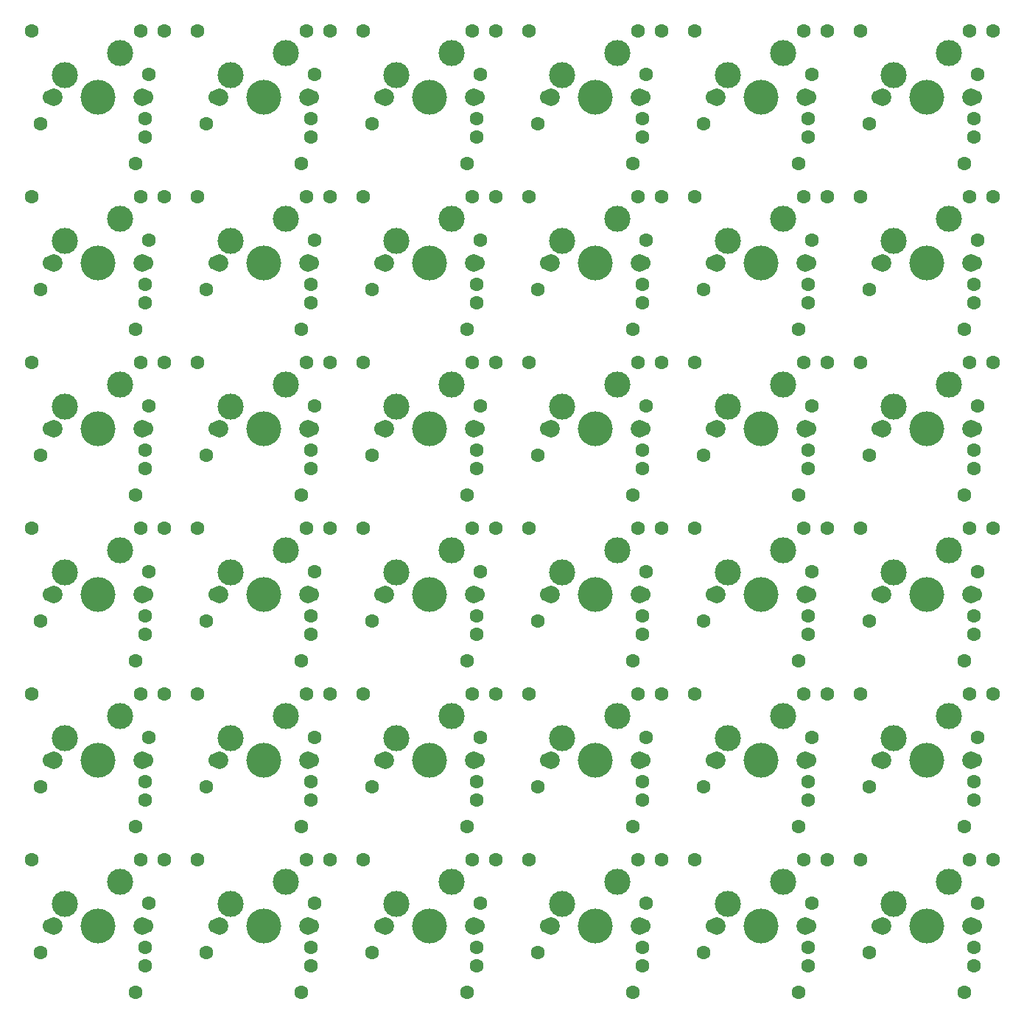
<source format=gbr>
%TF.GenerationSoftware,KiCad,Pcbnew,(5.99.0-2043-g129c16cf7)*%
%TF.CreationDate,2020-07-21T11:43:29+02:00*%
%TF.ProjectId,plate_6x6,706c6174-655f-4367-9836-2e6b69636164,rev?*%
%TF.SameCoordinates,Original*%
%TF.FileFunction,Soldermask,Top*%
%TF.FilePolarity,Negative*%
%FSLAX46Y46*%
G04 Gerber Fmt 4.6, Leading zero omitted, Abs format (unit mm)*
G04 Created by KiCad (PCBNEW (5.99.0-2043-g129c16cf7)) date 2020-07-21 11:43:29*
%MOMM*%
%LPD*%
G01*
G04 APERTURE LIST*
%ADD10C,1.600000*%
%ADD11C,3.000000*%
%ADD12C,4.000000*%
%ADD13C,2.000000*%
%ADD14C,1.701800*%
G04 APERTURE END LIST*
D10*
%TO.C,SW8*%
X230733600Y-148186600D03*
X231876600Y-145138600D03*
X231876600Y-142979600D03*
X232257600Y-137899600D03*
X219811600Y-143614600D03*
X231368600Y-132946600D03*
X218795600Y-132946600D03*
X234035600Y-132946600D03*
D11*
X222605600Y-138026600D03*
D12*
X226415600Y-140566600D03*
D11*
X228955600Y-135486600D03*
D13*
X221335600Y-140566600D03*
D14*
X220915600Y-140566600D03*
D13*
X231495600Y-140566600D03*
D14*
X231915600Y-140566600D03*
%TD*%
D10*
%TO.C,SW8*%
X211683600Y-148186600D03*
X212826600Y-145138600D03*
X212826600Y-142979600D03*
X213207600Y-137899600D03*
X200761600Y-143614600D03*
X212318600Y-132946600D03*
X199745600Y-132946600D03*
X214985600Y-132946600D03*
D11*
X203555600Y-138026600D03*
D12*
X207365600Y-140566600D03*
D11*
X209905600Y-135486600D03*
D13*
X202285600Y-140566600D03*
D14*
X201865600Y-140566600D03*
D13*
X212445600Y-140566600D03*
D14*
X212865600Y-140566600D03*
%TD*%
D10*
%TO.C,SW8*%
X192633600Y-148186600D03*
X193776600Y-145138600D03*
X193776600Y-142979600D03*
X194157600Y-137899600D03*
X181711600Y-143614600D03*
X193268600Y-132946600D03*
X180695600Y-132946600D03*
X195935600Y-132946600D03*
D11*
X184505600Y-138026600D03*
D12*
X188315600Y-140566600D03*
D11*
X190855600Y-135486600D03*
D13*
X183235600Y-140566600D03*
D14*
X182815600Y-140566600D03*
D13*
X193395600Y-140566600D03*
D14*
X193815600Y-140566600D03*
%TD*%
D10*
%TO.C,SW8*%
X173583600Y-148186600D03*
X174726600Y-145138600D03*
X174726600Y-142979600D03*
X175107600Y-137899600D03*
X162661600Y-143614600D03*
X174218600Y-132946600D03*
X161645600Y-132946600D03*
X176885600Y-132946600D03*
D11*
X165455600Y-138026600D03*
D12*
X169265600Y-140566600D03*
D11*
X171805600Y-135486600D03*
D13*
X164185600Y-140566600D03*
D14*
X163765600Y-140566600D03*
D13*
X174345600Y-140566600D03*
D14*
X174765600Y-140566600D03*
%TD*%
D10*
%TO.C,SW8*%
X154533600Y-148186600D03*
X155676600Y-145138600D03*
X155676600Y-142979600D03*
X156057600Y-137899600D03*
X143611600Y-143614600D03*
X155168600Y-132946600D03*
X142595600Y-132946600D03*
X157835600Y-132946600D03*
D11*
X146405600Y-138026600D03*
D12*
X150215600Y-140566600D03*
D11*
X152755600Y-135486600D03*
D13*
X145135600Y-140566600D03*
D14*
X144715600Y-140566600D03*
D13*
X155295600Y-140566600D03*
D14*
X155715600Y-140566600D03*
%TD*%
D10*
%TO.C,SW8*%
X135483600Y-148186600D03*
X136626600Y-145138600D03*
X136626600Y-142979600D03*
X137007600Y-137899600D03*
X124561600Y-143614600D03*
X136118600Y-132946600D03*
X123545600Y-132946600D03*
X138785600Y-132946600D03*
D11*
X127355600Y-138026600D03*
D12*
X131165600Y-140566600D03*
D11*
X133705600Y-135486600D03*
D13*
X126085600Y-140566600D03*
D14*
X125665600Y-140566600D03*
D13*
X136245600Y-140566600D03*
D14*
X136665600Y-140566600D03*
%TD*%
D10*
%TO.C,SW8*%
X230733600Y-129136600D03*
X231876600Y-126088600D03*
X231876600Y-123929600D03*
X232257600Y-118849600D03*
X219811600Y-124564600D03*
X231368600Y-113896600D03*
X218795600Y-113896600D03*
X234035600Y-113896600D03*
D11*
X222605600Y-118976600D03*
D12*
X226415600Y-121516600D03*
D11*
X228955600Y-116436600D03*
D13*
X221335600Y-121516600D03*
D14*
X220915600Y-121516600D03*
D13*
X231495600Y-121516600D03*
D14*
X231915600Y-121516600D03*
%TD*%
D10*
%TO.C,SW8*%
X211683600Y-129136600D03*
X212826600Y-126088600D03*
X212826600Y-123929600D03*
X213207600Y-118849600D03*
X200761600Y-124564600D03*
X212318600Y-113896600D03*
X199745600Y-113896600D03*
X214985600Y-113896600D03*
D11*
X203555600Y-118976600D03*
D12*
X207365600Y-121516600D03*
D11*
X209905600Y-116436600D03*
D13*
X202285600Y-121516600D03*
D14*
X201865600Y-121516600D03*
D13*
X212445600Y-121516600D03*
D14*
X212865600Y-121516600D03*
%TD*%
D10*
%TO.C,SW8*%
X192633600Y-129136600D03*
X193776600Y-126088600D03*
X193776600Y-123929600D03*
X194157600Y-118849600D03*
X181711600Y-124564600D03*
X193268600Y-113896600D03*
X180695600Y-113896600D03*
X195935600Y-113896600D03*
D11*
X184505600Y-118976600D03*
D12*
X188315600Y-121516600D03*
D11*
X190855600Y-116436600D03*
D13*
X183235600Y-121516600D03*
D14*
X182815600Y-121516600D03*
D13*
X193395600Y-121516600D03*
D14*
X193815600Y-121516600D03*
%TD*%
D10*
%TO.C,SW8*%
X173583600Y-129136600D03*
X174726600Y-126088600D03*
X174726600Y-123929600D03*
X175107600Y-118849600D03*
X162661600Y-124564600D03*
X174218600Y-113896600D03*
X161645600Y-113896600D03*
X176885600Y-113896600D03*
D11*
X165455600Y-118976600D03*
D12*
X169265600Y-121516600D03*
D11*
X171805600Y-116436600D03*
D13*
X164185600Y-121516600D03*
D14*
X163765600Y-121516600D03*
D13*
X174345600Y-121516600D03*
D14*
X174765600Y-121516600D03*
%TD*%
D10*
%TO.C,SW8*%
X154533600Y-129136600D03*
X155676600Y-126088600D03*
X155676600Y-123929600D03*
X156057600Y-118849600D03*
X143611600Y-124564600D03*
X155168600Y-113896600D03*
X142595600Y-113896600D03*
X157835600Y-113896600D03*
D11*
X146405600Y-118976600D03*
D12*
X150215600Y-121516600D03*
D11*
X152755600Y-116436600D03*
D13*
X145135600Y-121516600D03*
D14*
X144715600Y-121516600D03*
D13*
X155295600Y-121516600D03*
D14*
X155715600Y-121516600D03*
%TD*%
D10*
%TO.C,SW8*%
X135483600Y-129136600D03*
X136626600Y-126088600D03*
X136626600Y-123929600D03*
X137007600Y-118849600D03*
X124561600Y-124564600D03*
X136118600Y-113896600D03*
X123545600Y-113896600D03*
X138785600Y-113896600D03*
D11*
X127355600Y-118976600D03*
D12*
X131165600Y-121516600D03*
D11*
X133705600Y-116436600D03*
D13*
X126085600Y-121516600D03*
D14*
X125665600Y-121516600D03*
D13*
X136245600Y-121516600D03*
D14*
X136665600Y-121516600D03*
%TD*%
D10*
%TO.C,SW8*%
X230733600Y-110086600D03*
X231876600Y-107038600D03*
X231876600Y-104879600D03*
X232257600Y-99799600D03*
X219811600Y-105514600D03*
X231368600Y-94846600D03*
X218795600Y-94846600D03*
X234035600Y-94846600D03*
D11*
X222605600Y-99926600D03*
D12*
X226415600Y-102466600D03*
D11*
X228955600Y-97386600D03*
D13*
X221335600Y-102466600D03*
D14*
X220915600Y-102466600D03*
D13*
X231495600Y-102466600D03*
D14*
X231915600Y-102466600D03*
%TD*%
D10*
%TO.C,SW8*%
X211683600Y-110086600D03*
X212826600Y-107038600D03*
X212826600Y-104879600D03*
X213207600Y-99799600D03*
X200761600Y-105514600D03*
X212318600Y-94846600D03*
X199745600Y-94846600D03*
X214985600Y-94846600D03*
D11*
X203555600Y-99926600D03*
D12*
X207365600Y-102466600D03*
D11*
X209905600Y-97386600D03*
D13*
X202285600Y-102466600D03*
D14*
X201865600Y-102466600D03*
D13*
X212445600Y-102466600D03*
D14*
X212865600Y-102466600D03*
%TD*%
D10*
%TO.C,SW8*%
X192633600Y-110086600D03*
X193776600Y-107038600D03*
X193776600Y-104879600D03*
X194157600Y-99799600D03*
X181711600Y-105514600D03*
X193268600Y-94846600D03*
X180695600Y-94846600D03*
X195935600Y-94846600D03*
D11*
X184505600Y-99926600D03*
D12*
X188315600Y-102466600D03*
D11*
X190855600Y-97386600D03*
D13*
X183235600Y-102466600D03*
D14*
X182815600Y-102466600D03*
D13*
X193395600Y-102466600D03*
D14*
X193815600Y-102466600D03*
%TD*%
D10*
%TO.C,SW8*%
X173583600Y-110086600D03*
X174726600Y-107038600D03*
X174726600Y-104879600D03*
X175107600Y-99799600D03*
X162661600Y-105514600D03*
X174218600Y-94846600D03*
X161645600Y-94846600D03*
X176885600Y-94846600D03*
D11*
X165455600Y-99926600D03*
D12*
X169265600Y-102466600D03*
D11*
X171805600Y-97386600D03*
D13*
X164185600Y-102466600D03*
D14*
X163765600Y-102466600D03*
D13*
X174345600Y-102466600D03*
D14*
X174765600Y-102466600D03*
%TD*%
D10*
%TO.C,SW8*%
X154533600Y-110086600D03*
X155676600Y-107038600D03*
X155676600Y-104879600D03*
X156057600Y-99799600D03*
X143611600Y-105514600D03*
X155168600Y-94846600D03*
X142595600Y-94846600D03*
X157835600Y-94846600D03*
D11*
X146405600Y-99926600D03*
D12*
X150215600Y-102466600D03*
D11*
X152755600Y-97386600D03*
D13*
X145135600Y-102466600D03*
D14*
X144715600Y-102466600D03*
D13*
X155295600Y-102466600D03*
D14*
X155715600Y-102466600D03*
%TD*%
D10*
%TO.C,SW8*%
X135483600Y-110086600D03*
X136626600Y-107038600D03*
X136626600Y-104879600D03*
X137007600Y-99799600D03*
X124561600Y-105514600D03*
X136118600Y-94846600D03*
X123545600Y-94846600D03*
X138785600Y-94846600D03*
D11*
X127355600Y-99926600D03*
D12*
X131165600Y-102466600D03*
D11*
X133705600Y-97386600D03*
D13*
X126085600Y-102466600D03*
D14*
X125665600Y-102466600D03*
D13*
X136245600Y-102466600D03*
D14*
X136665600Y-102466600D03*
%TD*%
D10*
%TO.C,SW8*%
X230733600Y-91036600D03*
X231876600Y-87988600D03*
X231876600Y-85829600D03*
X232257600Y-80749600D03*
X219811600Y-86464600D03*
X231368600Y-75796600D03*
X218795600Y-75796600D03*
X234035600Y-75796600D03*
D11*
X222605600Y-80876600D03*
D12*
X226415600Y-83416600D03*
D11*
X228955600Y-78336600D03*
D13*
X221335600Y-83416600D03*
D14*
X220915600Y-83416600D03*
D13*
X231495600Y-83416600D03*
D14*
X231915600Y-83416600D03*
%TD*%
D10*
%TO.C,SW8*%
X211683600Y-91036600D03*
X212826600Y-87988600D03*
X212826600Y-85829600D03*
X213207600Y-80749600D03*
X200761600Y-86464600D03*
X212318600Y-75796600D03*
X199745600Y-75796600D03*
X214985600Y-75796600D03*
D11*
X203555600Y-80876600D03*
D12*
X207365600Y-83416600D03*
D11*
X209905600Y-78336600D03*
D13*
X202285600Y-83416600D03*
D14*
X201865600Y-83416600D03*
D13*
X212445600Y-83416600D03*
D14*
X212865600Y-83416600D03*
%TD*%
D10*
%TO.C,SW8*%
X192633600Y-91036600D03*
X193776600Y-87988600D03*
X193776600Y-85829600D03*
X194157600Y-80749600D03*
X181711600Y-86464600D03*
X193268600Y-75796600D03*
X180695600Y-75796600D03*
X195935600Y-75796600D03*
D11*
X184505600Y-80876600D03*
D12*
X188315600Y-83416600D03*
D11*
X190855600Y-78336600D03*
D13*
X183235600Y-83416600D03*
D14*
X182815600Y-83416600D03*
D13*
X193395600Y-83416600D03*
D14*
X193815600Y-83416600D03*
%TD*%
D10*
%TO.C,SW8*%
X173583600Y-91036600D03*
X174726600Y-87988600D03*
X174726600Y-85829600D03*
X175107600Y-80749600D03*
X162661600Y-86464600D03*
X174218600Y-75796600D03*
X161645600Y-75796600D03*
X176885600Y-75796600D03*
D11*
X165455600Y-80876600D03*
D12*
X169265600Y-83416600D03*
D11*
X171805600Y-78336600D03*
D13*
X164185600Y-83416600D03*
D14*
X163765600Y-83416600D03*
D13*
X174345600Y-83416600D03*
D14*
X174765600Y-83416600D03*
%TD*%
D10*
%TO.C,SW8*%
X154533600Y-91036600D03*
X155676600Y-87988600D03*
X155676600Y-85829600D03*
X156057600Y-80749600D03*
X143611600Y-86464600D03*
X155168600Y-75796600D03*
X142595600Y-75796600D03*
X157835600Y-75796600D03*
D11*
X146405600Y-80876600D03*
D12*
X150215600Y-83416600D03*
D11*
X152755600Y-78336600D03*
D13*
X145135600Y-83416600D03*
D14*
X144715600Y-83416600D03*
D13*
X155295600Y-83416600D03*
D14*
X155715600Y-83416600D03*
%TD*%
D10*
%TO.C,SW8*%
X135483600Y-91036600D03*
X136626600Y-87988600D03*
X136626600Y-85829600D03*
X137007600Y-80749600D03*
X124561600Y-86464600D03*
X136118600Y-75796600D03*
X123545600Y-75796600D03*
X138785600Y-75796600D03*
D11*
X127355600Y-80876600D03*
D12*
X131165600Y-83416600D03*
D11*
X133705600Y-78336600D03*
D13*
X126085600Y-83416600D03*
D14*
X125665600Y-83416600D03*
D13*
X136245600Y-83416600D03*
D14*
X136665600Y-83416600D03*
%TD*%
D10*
%TO.C,SW8*%
X230733600Y-71986600D03*
X231876600Y-68938600D03*
X231876600Y-66779600D03*
X232257600Y-61699600D03*
X219811600Y-67414600D03*
X231368600Y-56746600D03*
X218795600Y-56746600D03*
X234035600Y-56746600D03*
D11*
X222605600Y-61826600D03*
D12*
X226415600Y-64366600D03*
D11*
X228955600Y-59286600D03*
D13*
X221335600Y-64366600D03*
D14*
X220915600Y-64366600D03*
D13*
X231495600Y-64366600D03*
D14*
X231915600Y-64366600D03*
%TD*%
D10*
%TO.C,SW8*%
X211683600Y-71986600D03*
X212826600Y-68938600D03*
X212826600Y-66779600D03*
X213207600Y-61699600D03*
X200761600Y-67414600D03*
X212318600Y-56746600D03*
X199745600Y-56746600D03*
X214985600Y-56746600D03*
D11*
X203555600Y-61826600D03*
D12*
X207365600Y-64366600D03*
D11*
X209905600Y-59286600D03*
D13*
X202285600Y-64366600D03*
D14*
X201865600Y-64366600D03*
D13*
X212445600Y-64366600D03*
D14*
X212865600Y-64366600D03*
%TD*%
D10*
%TO.C,SW8*%
X192633600Y-71986600D03*
X193776600Y-68938600D03*
X193776600Y-66779600D03*
X194157600Y-61699600D03*
X181711600Y-67414600D03*
X193268600Y-56746600D03*
X180695600Y-56746600D03*
X195935600Y-56746600D03*
D11*
X184505600Y-61826600D03*
D12*
X188315600Y-64366600D03*
D11*
X190855600Y-59286600D03*
D13*
X183235600Y-64366600D03*
D14*
X182815600Y-64366600D03*
D13*
X193395600Y-64366600D03*
D14*
X193815600Y-64366600D03*
%TD*%
D10*
%TO.C,SW8*%
X173583600Y-71986600D03*
X174726600Y-68938600D03*
X174726600Y-66779600D03*
X175107600Y-61699600D03*
X162661600Y-67414600D03*
X174218600Y-56746600D03*
X161645600Y-56746600D03*
X176885600Y-56746600D03*
D11*
X165455600Y-61826600D03*
D12*
X169265600Y-64366600D03*
D11*
X171805600Y-59286600D03*
D13*
X164185600Y-64366600D03*
D14*
X163765600Y-64366600D03*
D13*
X174345600Y-64366600D03*
D14*
X174765600Y-64366600D03*
%TD*%
D10*
%TO.C,SW8*%
X154533600Y-71986600D03*
X155676600Y-68938600D03*
X155676600Y-66779600D03*
X156057600Y-61699600D03*
X143611600Y-67414600D03*
X155168600Y-56746600D03*
X142595600Y-56746600D03*
X157835600Y-56746600D03*
D11*
X146405600Y-61826600D03*
D12*
X150215600Y-64366600D03*
D11*
X152755600Y-59286600D03*
D13*
X145135600Y-64366600D03*
D14*
X144715600Y-64366600D03*
D13*
X155295600Y-64366600D03*
D14*
X155715600Y-64366600D03*
%TD*%
D10*
%TO.C,SW8*%
X135483600Y-71986600D03*
X136626600Y-68938600D03*
X136626600Y-66779600D03*
X137007600Y-61699600D03*
X124561600Y-67414600D03*
X136118600Y-56746600D03*
X123545600Y-56746600D03*
X138785600Y-56746600D03*
D11*
X127355600Y-61826600D03*
D12*
X131165600Y-64366600D03*
D11*
X133705600Y-59286600D03*
D13*
X126085600Y-64366600D03*
D14*
X125665600Y-64366600D03*
D13*
X136245600Y-64366600D03*
D14*
X136665600Y-64366600D03*
%TD*%
D10*
%TO.C,SW8*%
X230733600Y-52936600D03*
X231876600Y-49888600D03*
X231876600Y-47729600D03*
X232257600Y-42649600D03*
X219811600Y-48364600D03*
X231368600Y-37696600D03*
X218795600Y-37696600D03*
X234035600Y-37696600D03*
D11*
X222605600Y-42776600D03*
D12*
X226415600Y-45316600D03*
D11*
X228955600Y-40236600D03*
D13*
X221335600Y-45316600D03*
D14*
X220915600Y-45316600D03*
D13*
X231495600Y-45316600D03*
D14*
X231915600Y-45316600D03*
%TD*%
D10*
%TO.C,SW8*%
X211683600Y-52936600D03*
X212826600Y-49888600D03*
X212826600Y-47729600D03*
X213207600Y-42649600D03*
X200761600Y-48364600D03*
X212318600Y-37696600D03*
X199745600Y-37696600D03*
X214985600Y-37696600D03*
D11*
X203555600Y-42776600D03*
D12*
X207365600Y-45316600D03*
D11*
X209905600Y-40236600D03*
D13*
X202285600Y-45316600D03*
D14*
X201865600Y-45316600D03*
D13*
X212445600Y-45316600D03*
D14*
X212865600Y-45316600D03*
%TD*%
D10*
%TO.C,SW8*%
X192633600Y-52936600D03*
X193776600Y-49888600D03*
X193776600Y-47729600D03*
X194157600Y-42649600D03*
X181711600Y-48364600D03*
X193268600Y-37696600D03*
X180695600Y-37696600D03*
X195935600Y-37696600D03*
D11*
X184505600Y-42776600D03*
D12*
X188315600Y-45316600D03*
D11*
X190855600Y-40236600D03*
D13*
X183235600Y-45316600D03*
D14*
X182815600Y-45316600D03*
D13*
X193395600Y-45316600D03*
D14*
X193815600Y-45316600D03*
%TD*%
D10*
%TO.C,SW8*%
X173583600Y-52936600D03*
X174726600Y-49888600D03*
X174726600Y-47729600D03*
X175107600Y-42649600D03*
X162661600Y-48364600D03*
X174218600Y-37696600D03*
X161645600Y-37696600D03*
X176885600Y-37696600D03*
D11*
X165455600Y-42776600D03*
D12*
X169265600Y-45316600D03*
D11*
X171805600Y-40236600D03*
D13*
X164185600Y-45316600D03*
D14*
X163765600Y-45316600D03*
D13*
X174345600Y-45316600D03*
D14*
X174765600Y-45316600D03*
%TD*%
D10*
%TO.C,SW8*%
X154533600Y-52936600D03*
X155676600Y-49888600D03*
X155676600Y-47729600D03*
X156057600Y-42649600D03*
X143611600Y-48364600D03*
X155168600Y-37696600D03*
X142595600Y-37696600D03*
X157835600Y-37696600D03*
D11*
X146405600Y-42776600D03*
D12*
X150215600Y-45316600D03*
D11*
X152755600Y-40236600D03*
D13*
X145135600Y-45316600D03*
D14*
X144715600Y-45316600D03*
D13*
X155295600Y-45316600D03*
D14*
X155715600Y-45316600D03*
%TD*%
%TO.C,SW8*%
X136665600Y-45316600D03*
D13*
X136245600Y-45316600D03*
D14*
X125665600Y-45316600D03*
D13*
X126085600Y-45316600D03*
D11*
X133705600Y-40236600D03*
D12*
X131165600Y-45316600D03*
D11*
X127355600Y-42776600D03*
D10*
X138785600Y-37696600D03*
X123545600Y-37696600D03*
X136118600Y-37696600D03*
X124561600Y-48364600D03*
X137007600Y-42649600D03*
X136626600Y-47729600D03*
X136626600Y-49888600D03*
X135483600Y-52936600D03*
%TD*%
M02*

</source>
